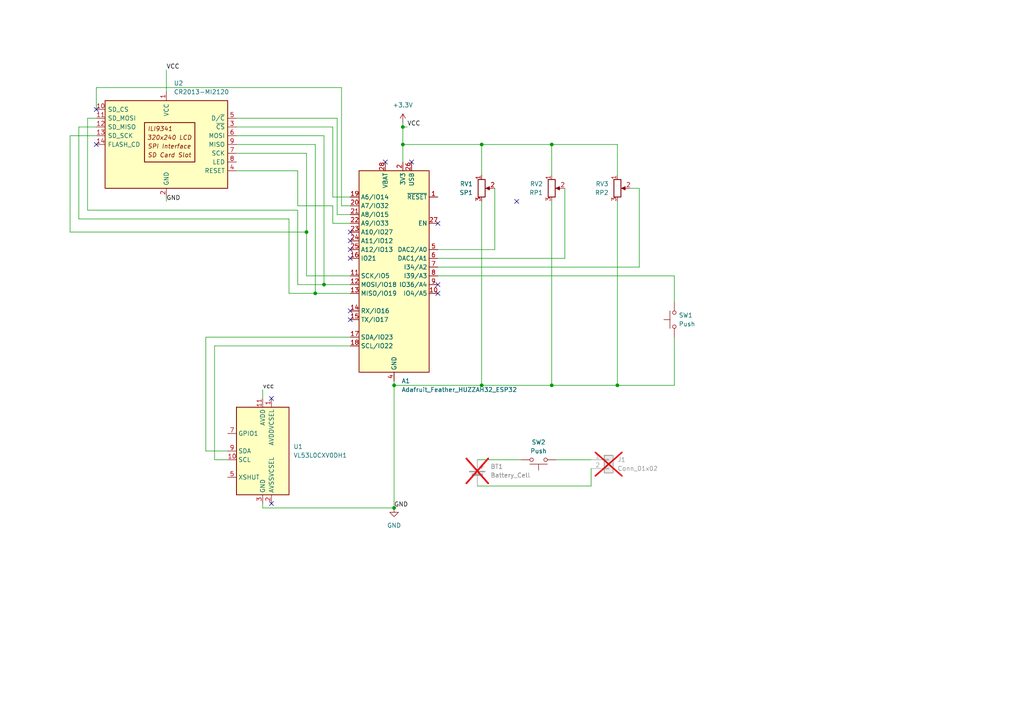
<source format=kicad_sch>
(kicad_sch (version 20250114) (generator "eeschema") (generator_version "9.0")
  (paper "A4")
  (lib_symbols
    (symbol "Connector_Generic:Conn_01x02" (pin_names (offset 1.016) (hide yes))
      (property "Reference" "J" (at 0 2.54 0))
      (property "Value" "Conn_01x02" (at 0 -5.08 0))
      (symbol "Conn_01x02_1_1"
        (rectangle (start -1.27 1.27) (end 1.27 -3.81) (stroke (width 0.254)) (fill (type background)))
        (rectangle (start -1.27 0.127) (end 0 -0.127) (stroke (width 0.1524)))
        (rectangle (start -1.27 -2.413) (end 0 -2.667) (stroke (width 0.1524)))
        (pin passive line (at -5.08 0 0) (length 3.81) (name "Pin_1") (number "1"))
        (pin passive line (at -5.08 -2.54 0) (length 3.81) (name "Pin_2") (number "2"))
      )
    )
    (symbol "Device:Battery_Cell" (pin_numbers (hide yes)) (pin_names (offset 0) (hide yes))
      (property "Reference" "BT" (at 2.54 2.54 0))
      (property "Value" "Battery_Cell" (at 2.54 0 0))
      (symbol "Battery_Cell_0_1"
        (rectangle (start -2.286 1.778) (end 2.286 1.524) (fill (type outline)))
        (rectangle (start -1.524 1.016) (end 1.524 0.508) (fill (type outline)))
        (polyline (pts (xy 0 1.778) (xy 0 2.54)))
        (polyline (pts (xy 0 0.762) (xy 0 0)))
        (polyline (pts (xy 0.762 3.048) (xy 1.778 3.048)) (stroke (width 0.254)))
        (polyline (pts (xy 1.27 3.556) (xy 1.27 2.54)) (stroke (width 0.254)))
      )
      (symbol "Battery_Cell_1_1"
        (pin passive line (at 0 5.08 270) (length 2.54) (name "+") (number "1"))
        (pin passive line (at 0 -2.54 90) (length 2.54) (name "-") (number "2"))
      )
    )
    (symbol "Device:R_Potentiometer" (pin_names (offset 1.016) (hide yes))
      (property "Reference" "RV" (at -4.445 0 90))
      (property "Value" "R_Potentiometer" (at -2.54 0 90))
      (symbol "R_Potentiometer_0_1"
        (rectangle (start 1.016 2.54) (end -1.016 -2.54) (stroke (width 0.254)))
        (polyline (pts (xy 1.143 0) (xy 2.286 0.508) (xy 2.286 -0.508) (xy 1.143 0)) (fill (type outline)))
        (polyline (pts (xy 2.54 0) (xy 1.524 0)))
      )
      (symbol "R_Potentiometer_1_1"
        (pin passive line (at 0 3.81 270) (length 1.27) (name "1") (number "1"))
        (pin passive line (at 0 -3.81 90) (length 1.27) (name "3") (number "3"))
        (pin passive line (at 3.81 0 180) (length 1.27) (name "2") (number "2"))
      )
    )
    (symbol "Driver_Display:CR2013-MI2120" (pin_names (offset 0.762))
      (property "Reference" "U" (at -17.526 13.97 0))
      (property "Value" "CR2013-MI2120" (at 1.905 13.97 0))
      (symbol "CR2013-MI2120_0_0"
        (text "ILI9341" (at -5.461 4.572 0) (effects (font (size 1.27 1.27) (italic yes)) (justify left)))
        (text "SPI Interface" (at -5.461 -0.508 0) (effects (font (size 1.27 1.27) (italic yes)) (justify left)))
        (text "SD Card Slot" (at -5.461 -3.048 0) (effects (font (size 1.27 1.27) (italic yes)) (justify left)))
        (text "320x240 LCD" (at 0.889 2.032 0) (effects (font (size 1.27 1.27) (italic yes))))
      )
      (symbol "CR2013-MI2120_0_1"
        (rectangle (start -17.78 12.7) (end 17.78 -12.7) (stroke (width 0.254)) (fill (type background)))
        (rectangle (start -6.35 6.35) (end 8.255 -5.08) (stroke (width 0.254)))
      )
      (symbol "CR2013-MI2120_1_1"
        (pin input line (at -20.32 10.16 0) (length 2.54) (name "SD_CS") (number "10"))
        (pin input line (at -20.32 7.62 0) (length 2.54) (name "SD_MOSI") (number "11"))
        (pin output line (at -20.32 5.08 0) (length 2.54) (name "SD_MISO") (number "12"))
        (pin input line (at -20.32 2.54 0) (length 2.54) (name "SD_SCK") (number "13"))
        (pin input line (at -20.32 0 0) (length 2.54) (name "FLASH_CD") (number "14"))
        (pin power_in line (at 0 15.24 270) (length 2.54) (name "VCC") (number "1"))
        (pin power_in line (at 0 -15.24 90) (length 2.54) (name "GND") (number "2"))
        (pin input line (at 20.32 7.62 180) (length 2.54) (name "D/~{C}") (number "5"))
        (pin input line (at 20.32 5.08 180) (length 2.54) (name "~{CS}") (number "3"))
        (pin input line (at 20.32 2.54 180) (length 2.54) (name "MOSI") (number "6"))
        (pin output line (at 20.32 0 180) (length 2.54) (name "MISO") (number "9"))
        (pin input line (at 20.32 -2.54 180) (length 2.54) (name "SCK") (number "7"))
        (pin input line (at 20.32 -5.08 180) (length 2.54) (name "LED") (number "8"))
        (pin input line (at 20.32 -7.62 180) (length 2.54) (name "RESET") (number "4"))
      )
    )
    (symbol "MCU_Module:Adafruit_Feather_HUZZAH32_ESP32"
      (property "Reference" "A" (at -10.16 29.21 0))
      (property "Value" "Adafruit_Feather_HUZZAH32_ESP32" (at 2.54 -31.75 0))
      (symbol "Adafruit_Feather_HUZZAH32_ESP32_0_1"
        (rectangle (start -10.16 27.94) (end 10.16 -30.48) (stroke (width 0.254)) (fill (type background)))
      )
      (symbol "Adafruit_Feather_HUZZAH32_ESP32_1_1"
        (pin bidirectional line (at -12.7 20.32 0) (length 2.54) (name "A6/IO14") (number "19"))
        (pin bidirectional line (at -12.7 17.78 0) (length 2.54) (name "A7/IO32") (number "20"))
        (pin bidirectional line (at -12.7 15.24 0) (length 2.54) (name "A8/IO15") (number "21"))
        (pin bidirectional line (at -12.7 12.7 0) (length 2.54) (name "A9/IO33") (number "22"))
        (pin bidirectional line (at -12.7 10.16 0) (length 2.54) (name "A10/IO27") (number "23"))
        (pin bidirectional line (at -12.7 7.62 0) (length 2.54) (name "A11/IO12") (number "24"))
        (pin bidirectional line (at -12.7 5.08 0) (length 2.54) (name "A12/IO13") (number "25"))
        (pin bidirectional line (at -12.7 2.54 0) (length 2.54) (name "IO21") (number "16"))
        (pin bidirectional line (at -12.7 -2.54 0) (length 2.54) (name "SCK/IO5") (number "11"))
        (pin bidirectional line (at -12.7 -5.08 0) (length 2.54) (name "MOSI/IO18") (number "12"))
        (pin bidirectional line (at -12.7 -7.62 0) (length 2.54) (name "MISO/IO19") (number "13"))
        (pin bidirectional line (at -12.7 -12.7 0) (length 2.54) (name "RX/IO16") (number "14"))
        (pin bidirectional line (at -12.7 -15.24 0) (length 2.54) (name "TX/IO17") (number "15"))
        (pin bidirectional line (at -12.7 -20.32 0) (length 2.54) (name "SDA/IO23") (number "17"))
        (pin bidirectional line (at -12.7 -22.86 0) (length 2.54) (name "SCL/IO22") (number "18"))
        (pin power_in line (at -2.54 30.48 270) (length 2.54) (name "VBAT") (number "28"))
        (pin power_in line (at 0 -33.02 90) (length 2.54) (name "GND") (number "4"))
        (pin power_in line (at 2.54 30.48 270) (length 2.54) (name "3V3") (number "2"))
        (pin power_in line (at 5.08 30.48 270) (length 2.54) (name "USB") (number "26"))
        (pin no_connect line (at 10.16 10.16 180) (length 2.54) (hide yes) (name "NC") (number "3"))
        (pin input line (at 12.7 20.32 180) (length 2.54) (name "~{RESET}") (number "1"))
        (pin input line (at 12.7 12.7 180) (length 2.54) (name "EN") (number "27"))
        (pin bidirectional line (at 12.7 5.08 180) (length 2.54) (name "DAC2/A0") (number "5"))
        (pin bidirectional line (at 12.7 2.54 180) (length 2.54) (name "DAC1/A1") (number "6"))
        (pin bidirectional line (at 12.7 0 180) (length 2.54) (name "I34/A2") (number "7"))
        (pin bidirectional line (at 12.7 -2.54 180) (length 2.54) (name "I39/A3") (number "8"))
        (pin bidirectional line (at 12.7 -5.08 180) (length 2.54) (name "IO36/A4") (number "9"))
        (pin bidirectional line (at 12.7 -7.62 180) (length 2.54) (name "IO4/A5") (number "10"))
      )
    )
    (symbol "Sensor_Distance:VL53L0CXV0DH1"
      (property "Reference" "U" (at -6.35 13.97 0))
      (property "Value" "VL53L0CXV0DH1" (at 12.065 13.97 0))
      (symbol "VL53L0CXV0DH1_0_1"
        (rectangle (start -7.62 12.7) (end 7.62 -12.7) (stroke (width 0.254)) (fill (type background)))
      )
      (symbol "VL53L0CXV0DH1_1_1"
        (pin open_collector line (at -10.16 5.08 0) (length 2.54) (name "GPIO1") (number "7"))
        (pin bidirectional line (at -10.16 0 0) (length 2.54) (name "SDA") (number "9"))
        (pin input line (at -10.16 -2.54 0) (length 2.54) (name "SCL") (number "10"))
        (pin input line (at -10.16 -7.62 0) (length 2.54) (name "XSHUT") (number "5"))
        (pin no_connect line (at -7.62 7.62 0) (length 2.54) (hide yes) (name "DNC") (number "8"))
        (pin power_in line (at 0 15.24 270) (length 2.54) (name "AVDD") (number "11"))
        (pin passive line (at 0 -15.24 90) (length 2.54) (hide yes) (name "GND") (number "12"))
        (pin power_in line (at 0 -15.24 90) (length 2.54) (name "GND") (number "3"))
        (pin passive line (at 0 -15.24 90) (length 2.54) (hide yes) (name "GND") (number "4"))
        (pin passive line (at 0 -15.24 90) (length 2.54) (hide yes) (name "GND") (number "6"))
        (pin power_in line (at 2.54 15.24 270) (length 2.54) (name "AVDDVCSEL") (number "1"))
        (pin power_in line (at 2.54 -15.24 90) (length 2.54) (name "AVSSVCSEL") (number "2"))
      )
    )
    (symbol "Switch:SW_Push" (pin_numbers (hide yes)) (pin_names (offset 1.016) (hide yes))
      (property "Reference" "SW" (at 1.27 2.54 0))
      (property "Value" "SW_Push" (at 0 -1.524 0))
      (symbol "SW_Push_0_1"
        (circle (center -2.032 0) (radius 0.508))
        (polyline (pts (xy 0 1.27) (xy 0 3.048)))
        (circle (center 2.032 0) (radius 0.508))
        (polyline (pts (xy 2.54 1.27) (xy -2.54 1.27)))
        (pin passive line (at -5.08 0 0) (length 2.54) (name "1") (number "1"))
        (pin passive line (at 5.08 0 180) (length 2.54) (name "2") (number "2"))
      )
    )
    (symbol "power:+3.3V" (power) (pin_numbers (hide yes)) (pin_names (offset 0) (hide yes))
      (property "Value" "+3.3V" (at 0 3.556 0))
      (symbol "+3.3V_0_1"
        (polyline (pts (xy -0.762 1.27) (xy 0 2.54)))
        (polyline (pts (xy 0 2.54) (xy 0.762 1.27)))
        (polyline (pts (xy 0 0) (xy 0 2.54)))
      )
      (symbol "+3.3V_1_1"
        (pin power_in line (at 0 0 90) (length 0) (name "~") (number "1"))
      )
    )
    (symbol "power:GND" (power) (pin_numbers (hide yes)) (pin_names (offset 0) (hide yes))
      (property "Value" "GND" (at 0 -3.81 0))
      (symbol "GND_0_1"
        (polyline (pts (xy 0 0) (xy 0 -1.27) (xy 1.27 -1.27) (xy 0 -2.54) (xy -1.27 -1.27) (xy 0 -1.27)))
      )
      (symbol "GND_1_1"
        (pin power_in line (at 0 0 270) (length 0) (name "~") (number "1"))
      )
    )
  )
  (junction (at 93.98 82.55))
  (junction (at 139.7 41.91))
  (junction (at 114.3 111.76))
  (junction (at 88.9 67.31))
  (junction (at 160.02 111.76))
  (junction (at 114.3 147.32))
  (junction (at 139.7 111.76))
  (junction (at 91.44 85.09))
  (junction (at 160.02 41.91))
  (junction (at 116.84 36.83))
  (junction (at 179.07 111.76))
  (junction (at 116.84 41.91))
  (no_connect (at 127 85.09))
  (no_connect (at 119.38 46.99))
  (no_connect (at 111.76 46.99))
  (no_connect (at 101.6 90.17))
  (no_connect (at 27.94 41.91))
  (no_connect (at 149.86 58.42))
  (no_connect (at 101.6 92.71))
  (no_connect (at 101.6 74.93))
  (no_connect (at 27.94 31.75))
  (no_connect (at 78.74 146.05))
  (no_connect (at 127 82.55))
  (no_connect (at 101.6 67.31))
  (no_connect (at 78.74 115.57))
  (no_connect (at 127 64.77))
  (no_connect (at 101.6 72.39))
  (no_connect (at 101.6 69.85))
  (wire (pts (xy 27.94 25.4) (xy 99.06 25.4)))
  (wire (pts (xy 185.42 54.61) (xy 185.42 77.47)))
  (wire (pts (xy 116.84 41.91) (xy 116.84 46.99)))
  (wire (pts (xy 27.94 39.37) (xy 20.32 39.37)))
  (wire (pts (xy 22.86 36.83) (xy 22.86 63.5)))
  (wire (pts (xy 96.52 64.77) (xy 101.6 64.77)))
  (wire (pts (xy 163.83 54.61) (xy 163.83 74.93)))
  (wire (pts (xy 88.9 44.45) (xy 88.9 67.31)))
  (wire (pts (xy 138.43 133.35) (xy 151.13 133.35)))
  (wire (pts (xy 116.84 35.56) (xy 116.84 36.83)))
  (wire (pts (xy 91.44 85.09) (xy 91.44 41.91)))
  (wire (pts (xy 25.4 60.96) (xy 86.36 60.96)))
  (wire (pts (xy 185.42 77.47) (xy 127 77.47)))
  (wire (pts (xy 68.58 34.29) (xy 97.79 34.29)))
  (wire (pts (xy 139.7 58.42) (xy 139.7 111.76)))
  (wire (pts (xy 160.02 50.8) (xy 160.02 41.91)))
  (wire (pts (xy 139.7 50.8) (xy 139.7 41.91)))
  (wire (pts (xy 143.51 54.61) (xy 143.51 72.39)))
  (wire (pts (xy 114.3 147.32) (xy 76.2 147.32)))
  (wire (pts (xy 62.23 133.35) (xy 66.04 133.35)))
  (wire (pts (xy 86.36 49.53) (xy 86.36 59.69)))
  (wire (pts (xy 76.2 113.03) (xy 76.2 115.57)))
  (wire (pts (xy 195.58 87.63) (xy 195.58 80.01)))
  (wire (pts (xy 88.9 67.31) (xy 88.9 80.01)))
  (wire (pts (xy 20.32 39.37) (xy 20.32 67.31)))
  (wire (pts (xy 114.3 111.76) (xy 139.7 111.76)))
  (wire (pts (xy 127 72.39) (xy 143.51 72.39)))
  (wire (pts (xy 139.7 41.91) (xy 116.84 41.91)))
  (wire (pts (xy 91.44 41.91) (xy 68.58 41.91)))
  (wire (pts (xy 160.02 58.42) (xy 160.02 111.76)))
  (wire (pts (xy 171.45 140.97) (xy 171.45 135.89)))
  (wire (pts (xy 160.02 41.91) (xy 139.7 41.91)))
  (wire (pts (xy 96.52 59.69) (xy 96.52 64.77)))
  (wire (pts (xy 195.58 80.01) (xy 127 80.01)))
  (wire (pts (xy 66.04 130.81) (xy 59.69 130.81)))
  (wire (pts (xy 88.9 80.01) (xy 101.6 80.01)))
  (wire (pts (xy 25.4 34.29) (xy 25.4 60.96)))
  (wire (pts (xy 22.86 63.5) (xy 83.82 63.5)))
  (wire (pts (xy 86.36 60.96) (xy 86.36 82.55)))
  (wire (pts (xy 160.02 111.76) (xy 179.07 111.76)))
  (wire (pts (xy 68.58 49.53) (xy 86.36 49.53)))
  (wire (pts (xy 59.69 97.79) (xy 101.6 97.79)))
  (wire (pts (xy 20.32 67.31) (xy 88.9 67.31)))
  (wire (pts (xy 195.58 97.79) (xy 195.58 111.76)))
  (wire (pts (xy 195.58 111.76) (xy 179.07 111.76)))
  (wire (pts (xy 138.43 140.97) (xy 171.45 140.97)))
  (wire (pts (xy 27.94 31.75) (xy 27.94 25.4)))
  (wire (pts (xy 83.82 63.5) (xy 83.82 85.09)))
  (wire (pts (xy 48.26 20.32) (xy 48.26 26.67)))
  (wire (pts (xy 93.98 39.37) (xy 93.98 82.55)))
  (wire (pts (xy 97.79 62.23) (xy 101.6 62.23)))
  (wire (pts (xy 97.79 34.29) (xy 97.79 62.23)))
  (wire (pts (xy 127 74.93) (xy 163.83 74.93)))
  (wire (pts (xy 68.58 39.37) (xy 93.98 39.37)))
  (wire (pts (xy 96.52 57.15) (xy 101.6 57.15)))
  (wire (pts (xy 139.7 111.76) (xy 160.02 111.76)))
  (wire (pts (xy 62.23 100.33) (xy 101.6 100.33)))
  (wire (pts (xy 27.94 36.83) (xy 22.86 36.83)))
  (wire (pts (xy 27.94 34.29) (xy 25.4 34.29)))
  (wire (pts (xy 101.6 85.09) (xy 91.44 85.09)))
  (wire (pts (xy 59.69 130.81) (xy 59.69 97.79)))
  (wire (pts (xy 83.82 85.09) (xy 91.44 85.09)))
  (wire (pts (xy 114.3 111.76) (xy 114.3 147.32)))
  (wire (pts (xy 182.88 54.61) (xy 185.42 54.61)))
  (wire (pts (xy 99.06 25.4) (xy 99.06 59.69)))
  (wire (pts (xy 116.84 36.83) (xy 116.84 41.91)))
  (wire (pts (xy 161.29 133.35) (xy 171.45 133.35)))
  (wire (pts (xy 179.07 50.8) (xy 179.07 41.91)))
  (wire (pts (xy 114.3 111.76) (xy 114.3 110.49)))
  (wire (pts (xy 99.06 59.69) (xy 101.6 59.69)))
  (wire (pts (xy 96.52 36.83) (xy 96.52 57.15)))
  (wire (pts (xy 86.36 59.69) (xy 96.52 59.69)))
  (wire (pts (xy 118.11 36.83) (xy 116.84 36.83)))
  (wire (pts (xy 68.58 36.83) (xy 96.52 36.83)))
  (wire (pts (xy 62.23 100.33) (xy 62.23 133.35)))
  (wire (pts (xy 86.36 82.55) (xy 93.98 82.55)))
  (wire (pts (xy 48.26 57.15) (xy 48.26 58.42)))
  (wire (pts (xy 68.58 44.45) (xy 88.9 44.45)))
  (wire (pts (xy 93.98 82.55) (xy 101.6 82.55)))
  (wire (pts (xy 179.07 41.91) (xy 160.02 41.91)))
  (wire (pts (xy 76.2 147.32) (xy 76.2 146.05)))
  (wire (pts (xy 179.07 58.42) (xy 179.07 111.76)))
  (label "GND" (at 114.3 147.32 0))
  (label "VCC" (at 48.26 20.32 0))
  (label "GND" (at 48.26 58.42 0))
  (label "VCC" (at 118.11 36.83 0))
  (label "vcc" (at 76.2 113.03 0))
  (symbol (lib_id "Switch:SW_Push") (at 195.58 92.71 90) (unit 1)
    (property "Reference" "SW1" (at 196.85 91.4399 90) (effects (justify right)))
    (property "Value" "Push" (at 196.85 93.9799 90) (effects (justify right)))
    (property "Footprint" "Button_Switch_THT:SW_PUSH_6mm" (effects (hide yes)))
  )
  (symbol (lib_id "Device:R_Potentiometer") (at 179.07 54.61 0) (unit 1)
    (property "Reference" "RV3" (at 176.53 53.3399 0) (effects (justify right)))
    (property "Value" "RP2" (at 176.53 55.8799 0) (effects (justify right)))
    (property "Footprint" "footprints:RP" (effects (hide yes)))
  )
  (symbol (lib_id "power:+3.3V") (at 116.84 35.56 0) (unit 1)
    (property "Reference" "#PWR02" (effects (hide yes)))
    (property "Value" "+3.3V" (at 116.84 30.48 0))
    (property "Description" "Power symbol creates a global label with name \"+3.3V\"" (effects (hide yes)))
  )
  (symbol (lib_id "Connector_Generic:Conn_01x02") (at 176.53 133.35 0) (unit 1) (dnp yes)
    (property "Reference" "J1" (at 179.07 133.3499 0) (effects (justify left)))
    (property "Value" "Conn_01x02" (at 179.07 135.8899 0) (effects (justify left)))
    (property "Description" "Generic connector, single row, 01x02, script generated (kicad-library-utils/schlib/autogen/connector/)" (effects (hide yes)))
  )
  (symbol (lib_id "Switch:SW_Push") (at 156.21 133.35 180) (unit 1)
    (property "Reference" "SW2" (at 156.21 128.27 0))
    (property "Value" "Push" (at 156.21 130.81 0))
    (property "Footprint" "Button_Switch_THT:SW_PUSH_6mm" (effects (hide yes)))
  )
  (symbol (lib_id "Device:R_Potentiometer") (at 160.02 54.61 0) (unit 1)
    (property "Reference" "RV2" (at 157.48 53.3399 0) (effects (justify right)))
    (property "Value" "RP1" (at 157.48 55.8799 0) (effects (justify right)))
    (property "Footprint" "footprints:RP" (effects (hide yes)))
  )
  (symbol (lib_id "Driver_Display:CR2013-MI2120") (at 48.26 41.91 0) (unit 1)
    (property "Reference" "U2" (at 50.4033 24.13 0) (effects (justify left)))
    (property "Value" "CR2013-MI2120" (at 50.4033 26.67 0) (effects (justify left)))
    (property "Footprint" "Display:CR2013-MI2120" (effects (hide yes)))
  )
  (symbol (lib_id "power:GND") (at 114.3 147.32 0) (unit 1)
    (property "Reference" "#PWR01" (effects (hide yes)))
    (property "Value" "GND" (at 114.3 152.4 0))
    (property "Description" "Power symbol creates a global label with name \"GND\" , ground" (effects (hide yes)))
  )
  (symbol (lib_id "Sensor_Distance:VL53L0CXV0DH1") (at 76.2 130.81 0) (unit 1)
    (property "Reference" "U1" (at 85.09 129.5399 0) (effects (justify left)))
    (property "Value" "VL53L0CXV0DH1" (at 85.09 132.0799 0) (effects (justify left)))
    (property "Footprint" "Connector_PinHeader_2.54mm:PinHeader_1x06_P2.54mm_Vertical" (effects (hide yes)))
  )
  (symbol (lib_id "Device:Battery_Cell") (at 138.43 138.43 0) (unit 1) (dnp yes)
    (property "Reference" "BT1" (at 142.24 135.3184 0) (effects (justify left)))
    (property "Value" "Battery_Cell" (at 142.24 137.8584 0) (effects (justify left)))
    (property "Description" "Single-cell battery" (effects (hide yes)))
  )
  (symbol (lib_id "Device:R_Potentiometer") (at 139.7 54.61 0) (unit 1)
    (property "Reference" "RV1" (at 137.16 53.3399 0) (effects (justify right)))
    (property "Value" "SP1" (at 137.16 55.8799 0) (effects (justify right)))
    (property "Footprint" "PTA3043-2010CPB103:TRIM_PTA3043-2010CPB103" (effects (hide yes)))
  )
  (symbol (lib_id "MCU_Module:Adafruit_Feather_HUZZAH32_ESP32") (at 114.3 77.47 0) (unit 1)
    (property "Reference" "A1" (at 116.4433 110.49 0) (effects (justify left)))
    (property "Value" "Adafruit_Feather_HUZZAH32_ESP32" (at 116.4433 113.03 0) (effects (justify left)))
    (property "Footprint" "Module:Adafruit_Feather" (effects (hide yes)))
  )
)
</source>
